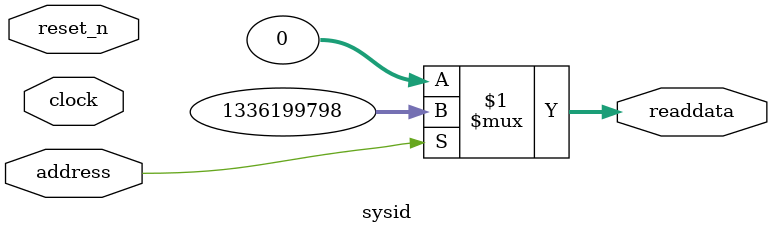
<source format=v>

`timescale 1ns / 1ps
// synthesis translate_on

// turn off superfluous verilog processor warnings 
// altera message_level Level1 
// altera message_off 10034 10035 10036 10037 10230 10240 10030 

module sysid (
               // inputs:
                address,
                clock,
                reset_n,

               // outputs:
                readdata
             )
;

  output  [ 31: 0] readdata;
  input            address;
  input            clock;
  input            reset_n;

  wire    [ 31: 0] readdata;
  //control_slave, which is an e_avalon_slave
  assign readdata = address ? 1336199798 : 0;

endmodule


</source>
